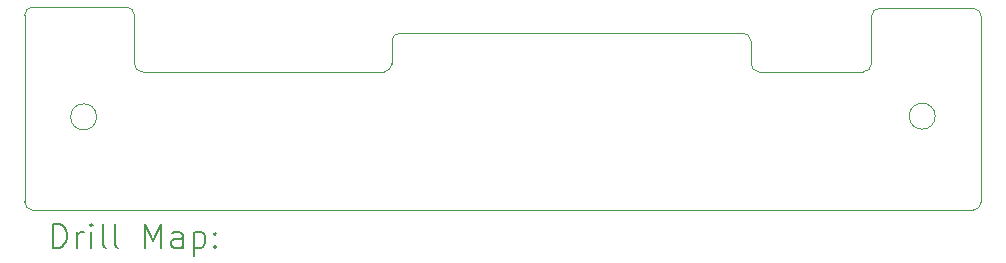
<source format=gbr>
%TF.GenerationSoftware,KiCad,Pcbnew,7.0.2-0*%
%TF.CreationDate,2024-01-02T14:27:33-05:00*%
%TF.ProjectId,GTV,4754562e-6b69-4636-9164-5f7063625858,rev?*%
%TF.SameCoordinates,Original*%
%TF.FileFunction,Drillmap*%
%TF.FilePolarity,Positive*%
%FSLAX45Y45*%
G04 Gerber Fmt 4.5, Leading zero omitted, Abs format (unit mm)*
G04 Created by KiCad (PCBNEW 7.0.2-0) date 2024-01-02 14:27:33*
%MOMM*%
%LPD*%
G01*
G04 APERTURE LIST*
%ADD10C,0.100000*%
%ADD11C,0.200000*%
G04 APERTURE END LIST*
D10*
X15780000Y-10759800D02*
G75*
G03*
X15850000Y-10689800I0J70000D01*
G01*
X13740000Y-10760000D02*
X15780000Y-10759800D01*
X18960000Y-10759800D02*
X19840000Y-10760000D01*
X13670000Y-10280000D02*
X13670000Y-10690000D01*
X18890000Y-10500000D02*
G75*
G03*
X18820000Y-10430000I-70000J0D01*
G01*
X18890000Y-10500000D02*
X18890000Y-10689800D01*
X18820000Y-10430000D02*
X15920000Y-10430000D01*
X13670000Y-10280000D02*
G75*
G03*
X13600000Y-10210000I-70000J0D01*
G01*
X19980000Y-10220000D02*
X20770000Y-10220000D01*
X18890000Y-10689800D02*
G75*
G03*
X18960000Y-10759800I70000J0D01*
G01*
X12810000Y-11930502D02*
X20770000Y-11930000D01*
X12739997Y-11860502D02*
G75*
G03*
X12810000Y-11930502I70003J3D01*
G01*
X13670000Y-10690000D02*
G75*
G03*
X13740000Y-10760000I70000J0D01*
G01*
X20770000Y-11930000D02*
G75*
G03*
X20840000Y-11860000I0J70000D01*
G01*
X12810000Y-10210000D02*
G75*
G03*
X12740000Y-10280000I0J-70000D01*
G01*
X15850000Y-10689800D02*
X15850000Y-10500000D01*
X12740000Y-11860502D02*
X12740000Y-10280000D01*
X19840503Y-10760003D02*
G75*
G03*
X19910503Y-10690000I-3J70003D01*
G01*
X20840000Y-10290000D02*
G75*
G03*
X20770000Y-10220000I-70000J0D01*
G01*
X15920000Y-10430000D02*
G75*
G03*
X15850000Y-10500000I0J-70000D01*
G01*
X19980000Y-10220000D02*
G75*
G03*
X19910000Y-10290000I0J-70000D01*
G01*
X13350000Y-11140000D02*
G75*
G03*
X13350000Y-11140000I-110000J0D01*
G01*
X19910000Y-10690000D02*
X19910000Y-10290000D01*
X20840000Y-10290000D02*
X20840000Y-11860000D01*
X12810000Y-10210000D02*
X13600000Y-10210000D01*
X20450000Y-11135000D02*
G75*
G03*
X20450000Y-11135000I-110000J0D01*
G01*
D11*
X12982619Y-12248026D02*
X12982619Y-12048026D01*
X12982619Y-12048026D02*
X13030238Y-12048026D01*
X13030238Y-12048026D02*
X13058809Y-12057550D01*
X13058809Y-12057550D02*
X13077857Y-12076598D01*
X13077857Y-12076598D02*
X13087381Y-12095645D01*
X13087381Y-12095645D02*
X13096905Y-12133740D01*
X13096905Y-12133740D02*
X13096905Y-12162312D01*
X13096905Y-12162312D02*
X13087381Y-12200407D01*
X13087381Y-12200407D02*
X13077857Y-12219455D01*
X13077857Y-12219455D02*
X13058809Y-12238502D01*
X13058809Y-12238502D02*
X13030238Y-12248026D01*
X13030238Y-12248026D02*
X12982619Y-12248026D01*
X13182619Y-12248026D02*
X13182619Y-12114693D01*
X13182619Y-12152788D02*
X13192143Y-12133740D01*
X13192143Y-12133740D02*
X13201667Y-12124217D01*
X13201667Y-12124217D02*
X13220714Y-12114693D01*
X13220714Y-12114693D02*
X13239762Y-12114693D01*
X13306428Y-12248026D02*
X13306428Y-12114693D01*
X13306428Y-12048026D02*
X13296905Y-12057550D01*
X13296905Y-12057550D02*
X13306428Y-12067074D01*
X13306428Y-12067074D02*
X13315952Y-12057550D01*
X13315952Y-12057550D02*
X13306428Y-12048026D01*
X13306428Y-12048026D02*
X13306428Y-12067074D01*
X13430238Y-12248026D02*
X13411190Y-12238502D01*
X13411190Y-12238502D02*
X13401667Y-12219455D01*
X13401667Y-12219455D02*
X13401667Y-12048026D01*
X13535000Y-12248026D02*
X13515952Y-12238502D01*
X13515952Y-12238502D02*
X13506428Y-12219455D01*
X13506428Y-12219455D02*
X13506428Y-12048026D01*
X13763571Y-12248026D02*
X13763571Y-12048026D01*
X13763571Y-12048026D02*
X13830238Y-12190883D01*
X13830238Y-12190883D02*
X13896905Y-12048026D01*
X13896905Y-12048026D02*
X13896905Y-12248026D01*
X14077857Y-12248026D02*
X14077857Y-12143264D01*
X14077857Y-12143264D02*
X14068333Y-12124217D01*
X14068333Y-12124217D02*
X14049286Y-12114693D01*
X14049286Y-12114693D02*
X14011190Y-12114693D01*
X14011190Y-12114693D02*
X13992143Y-12124217D01*
X14077857Y-12238502D02*
X14058809Y-12248026D01*
X14058809Y-12248026D02*
X14011190Y-12248026D01*
X14011190Y-12248026D02*
X13992143Y-12238502D01*
X13992143Y-12238502D02*
X13982619Y-12219455D01*
X13982619Y-12219455D02*
X13982619Y-12200407D01*
X13982619Y-12200407D02*
X13992143Y-12181360D01*
X13992143Y-12181360D02*
X14011190Y-12171836D01*
X14011190Y-12171836D02*
X14058809Y-12171836D01*
X14058809Y-12171836D02*
X14077857Y-12162312D01*
X14173095Y-12114693D02*
X14173095Y-12314693D01*
X14173095Y-12124217D02*
X14192143Y-12114693D01*
X14192143Y-12114693D02*
X14230238Y-12114693D01*
X14230238Y-12114693D02*
X14249286Y-12124217D01*
X14249286Y-12124217D02*
X14258809Y-12133740D01*
X14258809Y-12133740D02*
X14268333Y-12152788D01*
X14268333Y-12152788D02*
X14268333Y-12209931D01*
X14268333Y-12209931D02*
X14258809Y-12228979D01*
X14258809Y-12228979D02*
X14249286Y-12238502D01*
X14249286Y-12238502D02*
X14230238Y-12248026D01*
X14230238Y-12248026D02*
X14192143Y-12248026D01*
X14192143Y-12248026D02*
X14173095Y-12238502D01*
X14354048Y-12228979D02*
X14363571Y-12238502D01*
X14363571Y-12238502D02*
X14354048Y-12248026D01*
X14354048Y-12248026D02*
X14344524Y-12238502D01*
X14344524Y-12238502D02*
X14354048Y-12228979D01*
X14354048Y-12228979D02*
X14354048Y-12248026D01*
X14354048Y-12124217D02*
X14363571Y-12133740D01*
X14363571Y-12133740D02*
X14354048Y-12143264D01*
X14354048Y-12143264D02*
X14344524Y-12133740D01*
X14344524Y-12133740D02*
X14354048Y-12124217D01*
X14354048Y-12124217D02*
X14354048Y-12143264D01*
M02*

</source>
